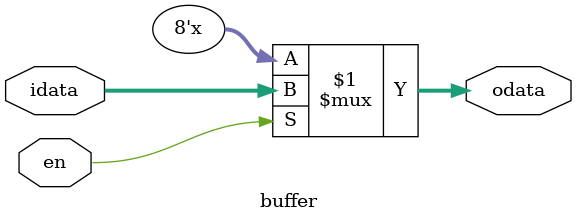
<source format=v>
/*MIT License

Copyright (c) 2020 Debtanu Mukherjee

Permission is hereby granted, free of charge, to any person obtaining a copy
of this software and associated documentation files (the "Software"), to deal
in the Software without restriction, including without limitation the rights
to use, copy, modify, merge, publish, distribute, sublicense, and/or sell
copies of the Software, and to permit persons to whom the Software is
furnished to do so, subject to the following conditions:

The above copyright notice and this permission notice shall be included in all
copies or substantial portions of the Software.

THE SOFTWARE IS PROVIDED "AS IS", WITHOUT WARRANTY OF ANY KIND, EXPRESS OR
IMPLIED, INCLUDING BUT NOT LIMITED TO THE WARRANTIES OF MERCHANTABILITY,
FITNESS FOR A PARTICULAR PURPOSE AND NONINFRINGEMENT. IN NO EVENT SHALL THE
AUTHORS OR COPYRIGHT HOLDERS BE LIABLE FOR ANY CLAIM, DAMAGES OR OTHER
LIABILITY, WHETHER IN AN ACTION OF CONTRACT, TORT OR OTHERWISE, ARISING FROM,
OUT OF OR IN CONNECTION WITH THE SOFTWARE OR THE USE OR OTHER DEALINGS IN THE
SOFTWARE.
*/

`timescale 10ns/1ns
module buffer(en , idata, odata);

parameter DATASIZE = 8;

input en;
input [DATASIZE-1:0] idata;
output [DATASIZE-1:0] odata;

assign odata = (en) ? idata : {DATASIZE{1'bz}};

endmodule

</source>
